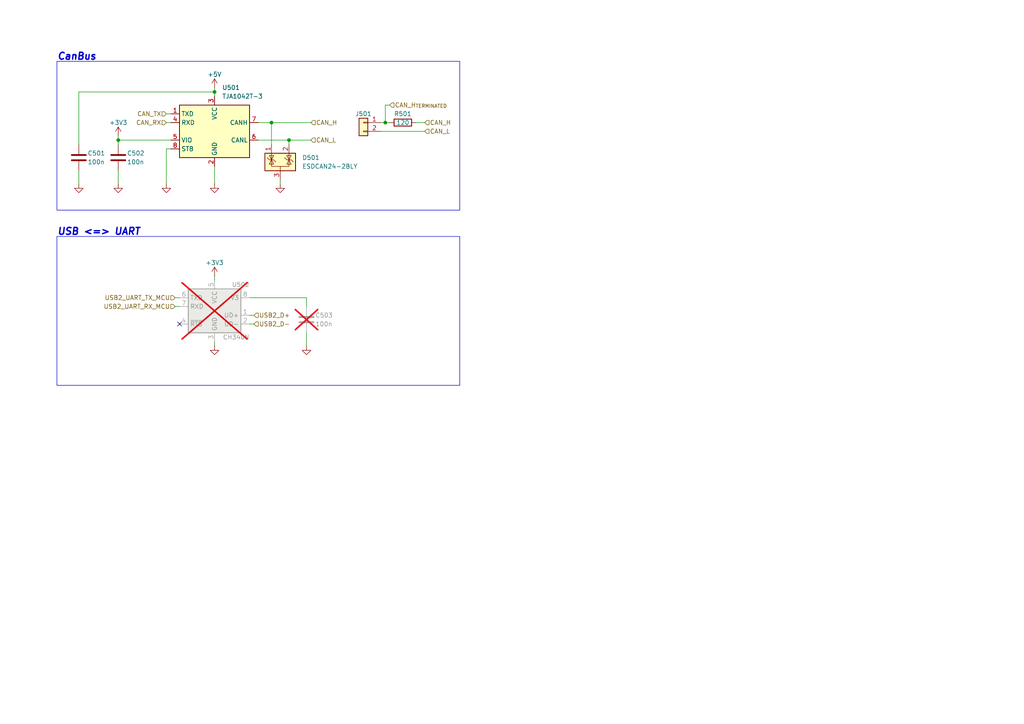
<source format=kicad_sch>
(kicad_sch (version 20231120) (generator "eeschema") (generator_version "8.0")
  (paper "A4")
  (title_block (title "Chao Recruit") (date "2024-09-29") (rev "1") (company "Scott CJX") (comment 1 "License: CERN-OHL-S-2.0") (comment 2 "Copyright © Scott CJX") (comment 3 "Licensed to Nanyang Venture Formula for NVF-2") (comment 4 "https://github.com/scott-cjx/Chao-Recruit"))
  (lib_symbols
    (symbol "+3V3_1" (power) (pin_numbers hide) (pin_names (offset 0) hide)
      (property "Value" "+3V3" (at 0 3.556 0))
      (symbol "+3V3_1_0_1"
        (polyline (pts (xy -0.762 1.27) (xy 0 2.54)))
        (polyline (pts (xy 0 0) (xy 0 2.54)))
        (polyline (pts (xy 0 2.54) (xy 0.762 1.27)))
      )
      (symbol "+3V3_1_1_1"
        (pin power_in line (at 0 0 90) (length 0) (name "~") (number "1"))
      )
    )
    (symbol "+3V3_2" (power) (pin_numbers hide) (pin_names (offset 0) hide)
      (property "Value" "+3V3" (at 0 3.556 0))
      (symbol "+3V3_2_0_1"
        (polyline (pts (xy -0.762 1.27) (xy 0 2.54)))
        (polyline (pts (xy 0 0) (xy 0 2.54)))
        (polyline (pts (xy 0 2.54) (xy 0.762 1.27)))
      )
      (symbol "+3V3_2_1_1"
        (pin power_in line (at 0 0 90) (length 0) (name "~") (number "1"))
      )
    )
    (symbol "Connector_Generic:Conn_01x02" (pin_names (offset 1.016) hide)
      (property "Reference" "J" (at 0 2.54 0))
      (property "Value" "Conn_01x02" (at 0 -5.08 0))
      (symbol "Conn_01x02_1_1"
        (rectangle (start -1.27 -2.413) (end 0 -2.667) (stroke (width 0.1524)))
        (rectangle (start -1.27 0.127) (end 0 -0.127) (stroke (width 0.1524)))
        (rectangle (start -1.27 1.27) (end 1.27 -3.81) (stroke (width 0.254)) (fill (type background)))
        (pin passive line (at -5.08 0 0) (length 3.81) (name "Pin_1") (number "1"))
        (pin passive line (at -5.08 -2.54 0) (length 3.81) (name "Pin_2") (number "2"))
      )
    )
    (symbol "Device:C" (pin_numbers hide) (pin_names (offset 0.254))
      (property "Reference" "C" (at 0.635 2.54 0))
      (property "Value" "C" (at 0.635 -2.54 0))
      (symbol "C_0_1"
        (polyline (pts (xy -2.032 -0.762) (xy 2.032 -0.762)) (stroke (width 0.508)))
        (polyline (pts (xy -2.032 0.762) (xy 2.032 0.762)) (stroke (width 0.508)))
      )
      (symbol "C_1_1"
        (pin passive line (at 0 3.81 270) (length 2.794) (name "~") (number "1"))
        (pin passive line (at 0 -3.81 90) (length 2.794) (name "~") (number "2"))
      )
    )
    (symbol "Device:R" (pin_numbers hide) (pin_names (offset 0))
      (property "Reference" "R" (at 2.032 0 90))
      (property "Value" "R" (at 0 0 90))
      (symbol "R_0_1"
        (rectangle (start -1.016 -2.54) (end 1.016 2.54) (stroke (width 0.254)))
      )
      (symbol "R_1_1"
        (pin passive line (at 0 3.81 270) (length 1.27) (name "~") (number "1"))
        (pin passive line (at 0 -3.81 90) (length 1.27) (name "~") (number "2"))
      )
    )
    (symbol "Interface_CAN_LIN:TJA1042T-3"
      (property "Reference" "U" (at -10.16 8.89 0))
      (property "Value" "TJA1042T-3" (at 1.27 8.89 0))
      (symbol "TJA1042T-3_0_1"
        (rectangle (start -10.16 7.62) (end 10.16 -7.62) (stroke (width 0.254)) (fill (type background)))
      )
      (symbol "TJA1042T-3_1_1"
        (pin input line (at -12.7 5.08 0) (length 2.54) (name "TXD") (number "1"))
        (pin power_in line (at 0 -10.16 90) (length 2.54) (name "GND") (number "2"))
        (pin power_in line (at 0 10.16 270) (length 2.54) (name "VCC") (number "3"))
        (pin output line (at -12.7 2.54 0) (length 2.54) (name "RXD") (number "4"))
        (pin power_in line (at -12.7 -2.54 0) (length 2.54) (name "VIO") (number "5"))
        (pin bidirectional line (at 12.7 -2.54 180) (length 2.54) (name "CANL") (number "6"))
        (pin bidirectional line (at 12.7 2.54 180) (length 2.54) (name "CANH") (number "7"))
        (pin input line (at -12.7 -5.08 0) (length 2.54) (name "STB") (number "8"))
      )
    )
    (symbol "Interface_USB:CH340N"
      (property "Reference" "U" (at -7.62 6.35 0))
      (property "Value" "CH340N" (at 7.62 6.35 0))
      (symbol "CH340N_0_1"
        (rectangle (start -7.62 5.08) (end 7.62 -7.62) (stroke (width 0.254)) (fill (type background)))
      )
      (symbol "CH340N_1_1"
        (pin bidirectional line (at -10.16 -2.54 0) (length 2.54) (name "UD+") (number "1"))
        (pin bidirectional line (at -10.16 -5.08 0) (length 2.54) (name "UD-") (number "2"))
        (pin power_in line (at 0 -10.16 90) (length 2.54) (name "GND") (number "3"))
        (pin output line (at 10.16 -5.08 180) (length 2.54) (name "~{RTS}") (number "4"))
        (pin power_in line (at 0 7.62 270) (length 2.54) (name "VCC") (number "5"))
        (pin output line (at 10.16 2.54 180) (length 2.54) (name "TXD") (number "6"))
        (pin input line (at 10.16 0 180) (length 2.54) (name "RXD") (number "7"))
        (pin passive line (at -10.16 2.54 0) (length 2.54) (name "V3") (number "8"))
      )
    )
    (symbol "Power_Protection:SZNUP2105L" (pin_names hide)
      (property "Reference" "D" (at 5.715 2.54 0))
      (property "Value" "SZNUP2105L" (at 5.715 0.635 0))
      (symbol "SZNUP2105L_0_0"
        (pin passive line (at 0 -5.08 90) (length 2.54) (name "A") (number "3"))
      )
      (symbol "SZNUP2105L_0_1"
        (rectangle (start -4.445 2.54) (end 4.445 -2.54) (stroke (width 0.254)) (fill (type background)))
        (polyline (pts (xy -2.54 2.54) (xy -2.54 0.635)))
        (polyline (pts (xy 0 -1.27) (xy 0 -2.54)))
        (polyline (pts (xy 2.54 2.54) (xy 2.54 0.635)))
        (polyline (pts (xy -3.81 1.27) (xy -3.175 0.635) (xy -1.905 0.635) (xy -1.27 0)))
        (polyline (pts (xy -2.54 0.635) (xy -2.54 -1.27) (xy 2.54 -1.27) (xy 2.54 0.635)))
        (polyline (pts (xy -2.54 0.635) (xy -1.905 -0.635) (xy -3.175 -0.635) (xy -2.54 0.635)))
        (polyline (pts (xy 2.54 0.635) (xy 1.905 -0.635) (xy 3.175 -0.635) (xy 2.54 0.635)))
        (polyline (pts (xy 2.54 0.635) (xy 3.175 1.905) (xy 1.905 1.905) (xy 2.54 0.635)))
        (polyline (pts (xy -2.54 0.635) (xy -3.175 1.905) (xy -1.905 1.905) (xy -2.54 0.635) (xy -2.54 1.27)))
        (polyline (pts (xy 1.27 1.27) (xy 1.905 0.635) (xy 2.54 0.635) (xy 3.175 0.635) (xy 3.81 0)))
      )
      (symbol "SZNUP2105L_1_1"
        (pin passive line (at -2.54 5.08 270) (length 2.54) (name "K") (number "1"))
        (pin passive line (at 2.54 5.08 270) (length 2.54) (name "K") (number "2"))
      )
    )
    (symbol "power:+5V" (power) (pin_names (offset 0))
      (property "Value" "+5V" (at 0 3.556 0))
      (symbol "+5V_0_1"
        (polyline (pts (xy -0.762 1.27) (xy 0 2.54)))
        (polyline (pts (xy 0 0) (xy 0 2.54)))
        (polyline (pts (xy 0 2.54) (xy 0.762 1.27)))
      )
      (symbol "+5V_1_1"
        (pin power_in line (at 0 0 90) (length 0) hide (name "+5V") (number "1"))
      )
    )
    (symbol "power:GND" (power) (pin_numbers hide) (pin_names (offset 0) hide)
      (property "Value" "GND" (at 0 -3.81 0))
      (symbol "GND_0_1"
        (polyline (pts (xy 0 0) (xy 0 -1.27) (xy 1.27 -1.27) (xy 0 -2.54) (xy -1.27 -1.27) (xy 0 -1.27)))
      )
      (symbol "GND_1_1"
        (pin power_in line (at 0 0 270) (length 0) (name "~") (number "1"))
      )
    )
  )
  (junction (at 83.82 40.64))
  (junction (at 111.76 35.56))
  (junction (at 34.29 40.64))
  (junction (at 62.23 26.67))
  (junction (at 78.74 35.56))
  (no_connect (at 52.07 93.98))
  (wire (pts (xy 83.82 40.64) (xy 74.93 40.64)))
  (wire (pts (xy 123.19 35.56) (xy 120.65 35.56)))
  (wire (pts (xy 111.76 35.56) (xy 110.49 35.56)))
  (wire (pts (xy 62.23 99.06) (xy 62.23 100.33)))
  (wire (pts (xy 34.29 40.64) (xy 49.53 40.64)))
  (wire (pts (xy 62.23 25.4) (xy 62.23 26.67)))
  (wire (pts (xy 72.39 86.36) (xy 88.9 86.36)))
  (wire (pts (xy 50.8 86.36) (xy 52.07 86.36)))
  (wire (pts (xy 111.76 30.48) (xy 111.76 35.56)))
  (wire (pts (xy 34.29 49.53) (xy 34.29 53.34)))
  (wire (pts (xy 50.8 88.9) (xy 52.07 88.9)))
  (wire (pts (xy 111.76 30.48) (xy 113.03 30.48)))
  (wire (pts (xy 22.86 49.53) (xy 22.86 53.34)))
  (wire (pts (xy 78.74 35.56) (xy 78.74 41.91)))
  (wire (pts (xy 34.29 39.37) (xy 34.29 40.64)))
  (wire (pts (xy 48.26 53.34) (xy 48.26 43.18)))
  (wire (pts (xy 48.26 35.56) (xy 49.53 35.56)))
  (wire (pts (xy 90.17 40.64) (xy 83.82 40.64)))
  (wire (pts (xy 113.03 35.56) (xy 111.76 35.56)))
  (wire (pts (xy 62.23 53.34) (xy 62.23 48.26)))
  (wire (pts (xy 48.26 33.02) (xy 49.53 33.02)))
  (wire (pts (xy 48.26 43.18) (xy 49.53 43.18)))
  (wire (pts (xy 62.23 26.67) (xy 62.23 27.94)))
  (wire (pts (xy 34.29 40.64) (xy 34.29 41.91)))
  (wire (pts (xy 88.9 96.52) (xy 88.9 100.33)))
  (wire (pts (xy 78.74 35.56) (xy 74.93 35.56)))
  (wire (pts (xy 73.66 91.44) (xy 72.39 91.44)))
  (wire (pts (xy 90.17 35.56) (xy 78.74 35.56)))
  (wire (pts (xy 123.19 38.1) (xy 110.49 38.1)))
  (wire (pts (xy 88.9 86.36) (xy 88.9 88.9)))
  (wire (pts (xy 83.82 40.64) (xy 83.82 41.91)))
  (wire (pts (xy 62.23 80.01) (xy 62.23 81.28)))
  (wire (pts (xy 81.28 52.07) (xy 81.28 53.34)))
  (wire (pts (xy 73.66 93.98) (xy 72.39 93.98)))
  (wire (pts (xy 62.23 26.67) (xy 22.86 26.67)))
  (wire (pts (xy 22.86 26.67) (xy 22.86 41.91)))
  (rectangle (start 16.51 17.78) (end 133.35 60.96))
  (rectangle (start 16.51 68.58) (end 133.35 111.76))
  (text "CanBus" (at 16.51 16.51 0) (effects (font (size 2 2) (thickness 0.4) (bold yes) (italic yes)) (justify left)))
  (text "USB <=> UART" (at 16.51 67.31 0) (effects (font (size 2 2) (thickness 0.4) (bold yes) (italic yes)) (justify left)))
  (hierarchical_label "CAN_H" (shape input) (at 90.17 35.56 0))
  (hierarchical_label "CAN_H_{TERMINATED}" (shape input) (at 113.03 30.48 0))
  (hierarchical_label "USB2_D-" (shape input) (at 73.66 93.98 0))
  (hierarchical_label "CAN_L" (shape input) (at 123.19 38.1 0))
  (hierarchical_label "USB2_UART_TX_MCU" (shape input) (at 50.8 86.36 180))
  (hierarchical_label "USB2_UART_RX_MCU" (shape input) (at 50.8 88.9 180))
  (hierarchical_label "USB2_D+" (shape input) (at 73.66 91.44 0))
  (hierarchical_label "CAN_L" (shape input) (at 90.17 40.64 0))
  (hierarchical_label "CAN_H" (shape input) (at 123.19 35.56 0))
  (hierarchical_label "CAN_RX" (shape input) (at 48.26 35.56 180))
  (hierarchical_label "CAN_TX" (shape input) (at 48.26 33.02 180))
  (symbol (lib_id "power:GND") (at 81.28 53.34 0) (unit 1)
    (property "Reference" "#PWR0507" (effects (hide yes)))
    (property "Value" "GND" (effects (hide yes)))
  )
  (symbol (lib_id "power:+5V") (at 62.23 25.4 0) (unit 1)
    (property "Reference" "#PWR0501" (effects (hide yes)))
    (property "Value" "+5V" (at 62.23 21.59 0))
  )
  (symbol (lib_id "Interface_USB:CH340N") (at 62.23 88.9 0) (mirror y) (unit 1) (on_board no) (dnp yes)
    (property "Reference" "U502" (at 72.39 82.55 0) (effects (justify left)))
    (property "Value" "CH340N" (at 72.39 97.79 0) (effects (justify left)))
    (property "Footprint" "Package_SO:SOP-8_3.9x4.9mm_P1.27mm" (effects (hide yes)))
    (property "Datasheet" "https://aitendo3.sakura.ne.jp/aitendo_data/product_img/ic/inteface/CH340N/ch340n.pdf" (effects (hide yes)))
    (property "Description" "USB serial converter, 2Mbps, UART, SOP-8" (effects (hide yes)))
    (property "LCSC" "C2977777" (effects (hide yes)))
  )
  (symbol (lib_id "Device:C") (at 88.9 92.71 0) (unit 1) (on_board no) (dnp yes)
    (property "Reference" "C503" (at 91.44 91.44 0) (effects (justify left)))
    (property "Value" "100n" (at 91.44 93.98 0) (effects (justify left)))
    (property "Footprint" "Capacitor_SMD:C_0402_1005Metric" (effects (hide yes)))
    (property "LCSC" "C307331" (effects (hide yes)))
  )
  (symbol (lib_id "power:GND") (at 22.86 53.34 0) (unit 1)
    (property "Reference" "#PWR0503" (effects (hide yes)))
    (property "Value" "GND" (effects (hide yes)))
  )
  (symbol (lib_id "Connector_Generic:Conn_01x02") (at 105.41 35.56 0) (mirror y) (unit 1) (on_board no)
    (property "Reference" "J501" (at 105.41 33.02 0))
    (property "Value" "CanBus Termination" (effects (hide yes)))
    (property "Footprint" "Connector_PinHeader_2.54mm:PinHeader_1x02_P2.54mm_Vertical" (effects (hide yes)))
    (property "Description" "Generic connector, single row, 01x02, script generated (kicad-library-utils/schlib/autogen/connector/)" (effects (hide yes)))
    (property "LCSC" "-" (effects (hide yes)))
  )
  (symbol (lib_id "Interface_CAN_LIN:TJA1042T-3") (at 62.23 38.1 0) (unit 1)
    (property "Reference" "U501" (at 64.4241 25.4 0) (effects (justify left)))
    (property "Value" "TJA1042T-3" (at 64.4241 27.94 0) (effects (justify left)))
    (property "Footprint" "Package_SO:SOIC-8_3.9x4.9mm_P1.27mm" (effects (hide yes)))
    (property "Datasheet" "http://www.nxp.com/docs/en/data-sheet/TJA1042.pdf" (effects (hide yes)))
    (property "LCSC" "C132227" (effects (hide yes)))
  )
  (symbol (lib_id "Power_Protection:SZNUP2105L") (at 81.28 46.99 0) (unit 1)
    (property "Reference" "D501" (at 87.63 45.7199 0) (effects (justify left)))
    (property "Value" "ESDCAN24-2BLY" (at 87.63 48.2599 0) (effects (justify left)))
    (property "Footprint" "Package_TO_SOT_SMD:SOT-23" (effects (hide yes)))
    (property "Datasheet" "https://www.onsemi.com/pub_link/Collateral/NUP2105L-D.PDF" (effects (hide yes)))
    (property "Description" "Dual Line CAN Bus Protector, 24Vrwm, Automotive Grade" (effects (hide yes)))
    (property "LCSC" "C2937021" (effects (hide yes)))
  )
  (symbol (lib_id "Device:C") (at 34.29 45.72 0) (unit 1)
    (property "Reference" "C502" (at 36.83 44.45 0) (effects (justify left)))
    (property "Value" "100n" (at 36.83 46.99 0) (effects (justify left)))
    (property "Footprint" "Capacitor_SMD:C_0402_1005Metric" (effects (hide yes)))
    (property "LCSC" "C307331" (effects (hide yes)))
  )
  (symbol (lib_id "power:GND") (at 48.26 53.34 0) (unit 1)
    (property "Reference" "#PWR0505" (effects (hide yes)))
    (property "Value" "GND" (effects (hide yes)))
    (property "Assemble" "0" (effects (hide yes)))
  )
  (symbol (lib_name "+3V3_2") (lib_id "power:+3V3") (at 62.23 80.01 0) (unit 1)
    (property "Reference" "#PWR0508" (effects (hide yes)))
    (property "Value" "+3V3" (at 62.23 76.2 0))
    (property "Description" "Power symbol creates a global label with name \"+3V3\"" (effects (hide yes)))
  )
  (symbol (lib_id "Device:R") (at 116.84 35.56 270) (mirror x) (unit 1)
    (property "Reference" "R501" (at 116.84 33.02 90))
    (property "Value" "120" (at 116.84 35.56 90))
    (property "Footprint" "Resistor_SMD:R_0402_1005Metric" (effects (hide yes)))
    (property "Description" "Resistor" (effects (hide yes)))
    (property "LCSC" "C25079" (effects (hide yes)))
  )
  (symbol (lib_id "power:GND") (at 62.23 53.34 0) (unit 1)
    (property "Reference" "#PWR0506" (effects (hide yes)))
    (property "Value" "GND" (effects (hide yes)))
  )
  (symbol (lib_id "power:GND") (at 62.23 100.33 0) (unit 1)
    (property "Reference" "#PWR0509" (effects (hide yes)))
    (property "Value" "GND" (effects (hide yes)))
    (property "Description" "Power symbol creates a global label with name \"GND\" , ground" (effects (hide yes)))
  )
  (symbol (lib_id "power:GND") (at 34.29 53.34 0) (unit 1)
    (property "Reference" "#PWR0504" (effects (hide yes)))
    (property "Value" "GND" (effects (hide yes)))
  )
  (symbol (lib_id "Device:C") (at 22.86 45.72 0) (unit 1)
    (property "Reference" "C501" (at 25.4 44.45 0) (effects (justify left)))
    (property "Value" "100n" (at 25.4 46.99 0) (effects (justify left)))
    (property "Footprint" "Capacitor_SMD:C_0402_1005Metric" (effects (hide yes)))
    (property "LCSC" "C307331" (effects (hide yes)))
  )
  (symbol (lib_name "+3V3_1") (lib_id "power:+3V3") (at 34.29 39.37 0) (unit 1)
    (property "Reference" "#PWR0502" (effects (hide yes)))
    (property "Value" "+3V3" (at 34.29 35.56 0))
    (property "Description" "Power symbol creates a global label with name \"+3V3\"" (effects (hide yes)))
  )
  (symbol (lib_id "power:GND") (at 88.9 100.33 0) (unit 1)
    (property "Reference" "#PWR0510" (effects (hide yes)))
    (property "Value" "GND" (effects (hide yes)))
    (property "Description" "Power symbol creates a global label with name \"GND\" , ground" (effects (hide yes)))
  )
)
</source>
